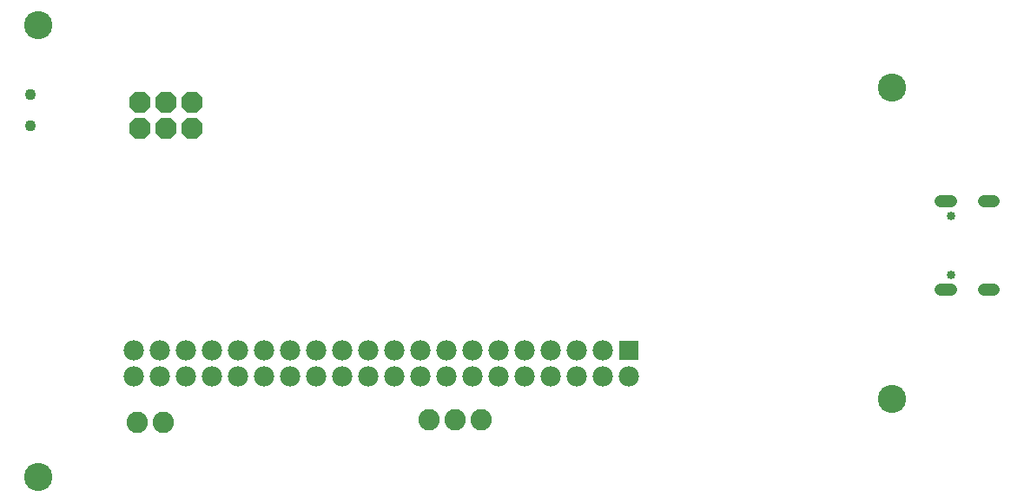
<source format=gbr>
G04 EAGLE Gerber RS-274X export*
G75*
%MOMM*%
%FSLAX34Y34*%
%LPD*%
%INSoldermask Bottom*%
%IPPOS*%
%AMOC8*
5,1,8,0,0,1.08239X$1,22.5*%
G01*
%ADD10C,2.743200*%
%ADD11P,2.254402X8X202.500000*%
%ADD12C,2.082800*%
%ADD13R,1.981200X1.981200*%
%ADD14C,1.981200*%
%ADD15C,1.103200*%
%ADD16C,1.203200*%
%ADD17C,0.853200*%


D10*
X63500Y402590D03*
X63500Y-38100D03*
X895350Y38100D03*
X895350Y341630D03*
D11*
X213360Y327660D03*
X213360Y302260D03*
X187960Y327660D03*
X187960Y302260D03*
X162560Y327660D03*
X162560Y302260D03*
D12*
X495300Y17780D03*
X469900Y17780D03*
X444500Y17780D03*
D13*
X638810Y85090D03*
D14*
X638810Y59690D03*
X613410Y85090D03*
X613410Y59690D03*
X588010Y85090D03*
X588010Y59690D03*
X562610Y85090D03*
X562610Y59690D03*
X537210Y85090D03*
X537210Y59690D03*
X511810Y85090D03*
X511810Y59690D03*
X486410Y85090D03*
X486410Y59690D03*
X461010Y85090D03*
X461010Y59690D03*
X435610Y85090D03*
X435610Y59690D03*
X410210Y85090D03*
X410210Y59690D03*
X384810Y85090D03*
X384810Y59690D03*
X359410Y85090D03*
X359410Y59690D03*
X334010Y85090D03*
X334010Y59690D03*
X308610Y85090D03*
X308610Y59690D03*
X283210Y85090D03*
X283210Y59690D03*
X257810Y85090D03*
X257810Y59690D03*
X232410Y85090D03*
X232410Y59690D03*
X207010Y85090D03*
X207010Y59690D03*
X181610Y85090D03*
X181610Y59690D03*
X156210Y85090D03*
X156210Y59690D03*
D12*
X160020Y15240D03*
X185420Y15240D03*
D15*
X55880Y305040D03*
X55880Y335040D03*
D16*
X985000Y144760D02*
X995000Y144760D01*
X995000Y231160D02*
X985000Y231160D01*
X953200Y231160D02*
X943200Y231160D01*
X943200Y144760D02*
X953200Y144760D01*
D17*
X953200Y216860D03*
X953200Y159060D03*
M02*

</source>
